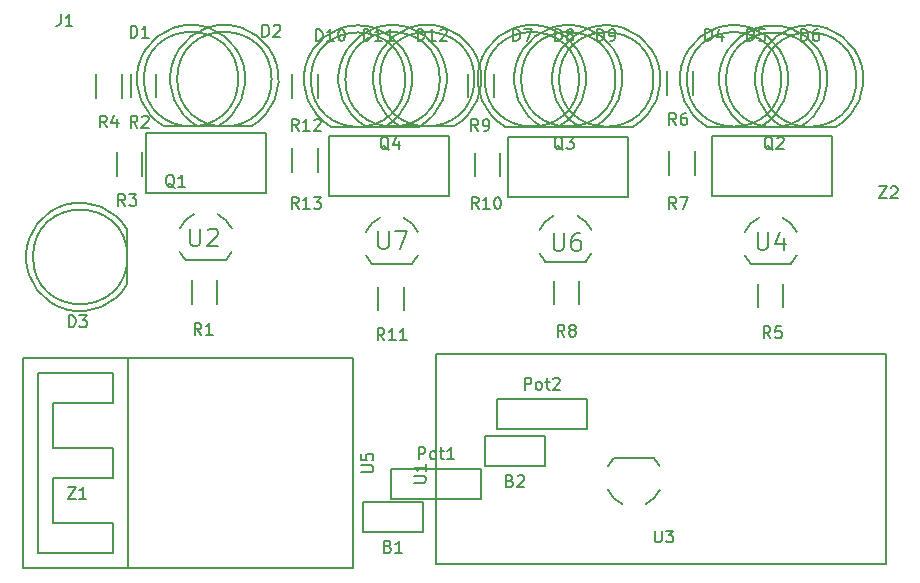
<source format=gbr>
G04 #@! TF.FileFunction,Legend,Top*
%FSLAX46Y46*%
G04 Gerber Fmt 4.6, Leading zero omitted, Abs format (unit mm)*
G04 Created by KiCad (PCBNEW 4.0.5+dfsg1-4) date Wed Oct 25 15:58:38 2017*
%MOMM*%
%LPD*%
G01*
G04 APERTURE LIST*
%ADD10C,0.100000*%
%ADD11C,0.150000*%
G04 APERTURE END LIST*
D10*
D11*
X46914560Y-33093160D02*
X51454560Y-33093160D01*
X53184560Y-29093160D02*
G75*
G03X53184560Y-29093160I-4000000J0D01*
G01*
X51465037Y-33087196D02*
G75*
G03X46914560Y-33093160I-2280477J3994036D01*
G01*
X63723520Y-64922400D02*
X68803520Y-64922400D01*
X68803520Y-64922400D02*
X68803520Y-67462400D01*
X68803520Y-67462400D02*
X63723520Y-67462400D01*
X63723520Y-67462400D02*
X63723520Y-64922400D01*
X74071480Y-59344560D02*
X79151480Y-59344560D01*
X79151480Y-59344560D02*
X79151480Y-61884560D01*
X79151480Y-61884560D02*
X74071480Y-61884560D01*
X74071480Y-61884560D02*
X74071480Y-59344560D01*
X49733960Y-33093160D02*
X54273960Y-33093160D01*
X56003960Y-29093160D02*
G75*
G03X56003960Y-29093160I-4000000J0D01*
G01*
X54284437Y-33087196D02*
G75*
G03X49733960Y-33093160I-2280477J3994036D01*
G01*
X43801800Y-46415200D02*
X43801800Y-41875200D01*
X43801800Y-44145200D02*
G75*
G03X43801800Y-44145200I-4000000J0D01*
G01*
X43795836Y-41864723D02*
G75*
G03X43801800Y-46415200I-3994036J-2280477D01*
G01*
X92888560Y-33108400D02*
X97428560Y-33108400D01*
X99158560Y-29108400D02*
G75*
G03X99158560Y-29108400I-4000000J0D01*
G01*
X97439037Y-33102436D02*
G75*
G03X92888560Y-33108400I-2280477J3994036D01*
G01*
X96200720Y-33149040D02*
X100740720Y-33149040D01*
X102470720Y-29149040D02*
G75*
G03X102470720Y-29149040I-4000000J0D01*
G01*
X100751197Y-33143076D02*
G75*
G03X96200720Y-33149040I-2280477J3994036D01*
G01*
X99248720Y-33128720D02*
X103788720Y-33128720D01*
X105518720Y-29128720D02*
G75*
G03X105518720Y-29128720I-4000000J0D01*
G01*
X103799197Y-33122756D02*
G75*
G03X99248720Y-33128720I-2280477J3994036D01*
G01*
X75774040Y-33103320D02*
X80314040Y-33103320D01*
X82044040Y-29103320D02*
G75*
G03X82044040Y-29103320I-4000000J0D01*
G01*
X80324517Y-33097356D02*
G75*
G03X75774040Y-33103320I-2280477J3994036D01*
G01*
X78852520Y-33103320D02*
X83392520Y-33103320D01*
X85122520Y-29103320D02*
G75*
G03X85122520Y-29103320I-4000000J0D01*
G01*
X83402997Y-33097356D02*
G75*
G03X78852520Y-33103320I-2280477J3994036D01*
G01*
X82068160Y-33118560D02*
X86608160Y-33118560D01*
X88338160Y-29118560D02*
G75*
G03X88338160Y-29118560I-4000000J0D01*
G01*
X86618637Y-33112596D02*
G75*
G03X82068160Y-33118560I-2280477J3994036D01*
G01*
X61052200Y-33133800D02*
X65592200Y-33133800D01*
X67322200Y-29133800D02*
G75*
G03X67322200Y-29133800I-4000000J0D01*
G01*
X65602677Y-33127836D02*
G75*
G03X61052200Y-33133800I-2280477J3994036D01*
G01*
X66904360Y-33088080D02*
X71444360Y-33088080D01*
X73174360Y-29088080D02*
G75*
G03X73174360Y-29088080I-4000000J0D01*
G01*
X71454837Y-33082116D02*
G75*
G03X66904360Y-33088080I-2280477J3994036D01*
G01*
X63978280Y-33103320D02*
X68518280Y-33103320D01*
X70248280Y-29103320D02*
G75*
G03X70248280Y-29103320I-4000000J0D01*
G01*
X68528757Y-33097356D02*
G75*
G03X63978280Y-33103320I-2280477J3994036D01*
G01*
X73746360Y-64627760D02*
X73746360Y-62087760D01*
X73746360Y-62087760D02*
X66126360Y-62087760D01*
X66126360Y-62087760D02*
X66126360Y-64627760D01*
X66126360Y-64627760D02*
X73746360Y-64627760D01*
X82712560Y-58745120D02*
X82712560Y-56205120D01*
X82712560Y-56205120D02*
X75092560Y-56205120D01*
X75092560Y-56205120D02*
X75092560Y-58745120D01*
X75092560Y-58745120D02*
X82712560Y-58745120D01*
X49424080Y-40532960D02*
G75*
G03X48224080Y-41732960I1000000J-2200000D01*
G01*
X51424079Y-40532960D02*
G75*
G02X52624080Y-41732960I-999999J-2200000D01*
G01*
X48236385Y-43729950D02*
G75*
G03X48724080Y-44432960I2187695J996990D01*
G01*
X52611775Y-43729950D02*
G75*
G02X52124080Y-44432960I-2187695J996990D01*
G01*
X48724080Y-44432960D02*
X52124080Y-44432960D01*
X97262440Y-40827600D02*
G75*
G03X96062440Y-42027600I1000000J-2200000D01*
G01*
X99262439Y-40827600D02*
G75*
G02X100462440Y-42027600I-999999J-2200000D01*
G01*
X96074745Y-44024590D02*
G75*
G03X96562440Y-44727600I2187695J996990D01*
G01*
X100450135Y-44024590D02*
G75*
G02X99962440Y-44727600I-2187695J996990D01*
G01*
X96562440Y-44727600D02*
X99962440Y-44727600D01*
X79883760Y-40659960D02*
G75*
G03X78683760Y-41859960I1000000J-2200000D01*
G01*
X81883759Y-40659960D02*
G75*
G02X83083760Y-41859960I-999999J-2200000D01*
G01*
X78696065Y-43856950D02*
G75*
G03X79183760Y-44559960I2187695J996990D01*
G01*
X83071455Y-43856950D02*
G75*
G02X82583760Y-44559960I-2187695J996990D01*
G01*
X79183760Y-44559960D02*
X82583760Y-44559960D01*
X65187320Y-40827600D02*
G75*
G03X63987320Y-42027600I1000000J-2200000D01*
G01*
X67187319Y-40827600D02*
G75*
G02X68387320Y-42027600I-999999J-2200000D01*
G01*
X63999625Y-44024590D02*
G75*
G03X64487320Y-44727600I2187695J996990D01*
G01*
X68375015Y-44024590D02*
G75*
G02X67887320Y-44727600I-2187695J996990D01*
G01*
X64487320Y-44727600D02*
X67887320Y-44727600D01*
X49257640Y-48132240D02*
X49257640Y-46132240D01*
X51407640Y-46132240D02*
X51407640Y-48132240D01*
X44076040Y-30626560D02*
X44076040Y-28626560D01*
X46226040Y-28626560D02*
X46226040Y-30626560D01*
X42912720Y-37266120D02*
X42912720Y-35266120D01*
X45062720Y-35266120D02*
X45062720Y-37266120D01*
X41149960Y-30667200D02*
X41149960Y-28667200D01*
X43299960Y-28667200D02*
X43299960Y-30667200D01*
X97192520Y-48416720D02*
X97192520Y-46416720D01*
X99342520Y-46416720D02*
X99342520Y-48416720D01*
X89511560Y-30413200D02*
X89511560Y-28413200D01*
X91661560Y-28413200D02*
X91661560Y-30413200D01*
X89674120Y-37210240D02*
X89674120Y-35210240D01*
X91824120Y-35210240D02*
X91824120Y-37210240D01*
X79895120Y-48162720D02*
X79895120Y-46162720D01*
X82045120Y-46162720D02*
X82045120Y-48162720D01*
X72656120Y-30641800D02*
X72656120Y-28641800D01*
X74806120Y-28641800D02*
X74806120Y-30641800D01*
X73189520Y-37322000D02*
X73189520Y-35322000D01*
X75339520Y-35322000D02*
X75339520Y-37322000D01*
X65031040Y-48665640D02*
X65031040Y-46665640D01*
X67181040Y-46665640D02*
X67181040Y-48665640D01*
X57741240Y-30662120D02*
X57741240Y-28662120D01*
X59891240Y-28662120D02*
X59891240Y-30662120D01*
X57751400Y-36925760D02*
X57751400Y-34925760D01*
X59901400Y-34925760D02*
X59901400Y-36925760D01*
X107990640Y-52339240D02*
X107990640Y-70119240D01*
X107990640Y-70119240D02*
X69890640Y-70119240D01*
X69890640Y-70119240D02*
X69890640Y-52339240D01*
X106720640Y-52339240D02*
X69890640Y-52339240D01*
X106720640Y-52339240D02*
X107990640Y-52339240D01*
X55509160Y-38750240D02*
X55509160Y-33670240D01*
X55509160Y-33670240D02*
X45349160Y-33670240D01*
X45349160Y-33670240D02*
X45349160Y-38750240D01*
X45349160Y-38750240D02*
X47889160Y-38750240D01*
X47889160Y-38750240D02*
X55509160Y-38750240D01*
X87674960Y-65065000D02*
G75*
G03X88874960Y-63865000I-1000000J2200000D01*
G01*
X85674961Y-65065000D02*
G75*
G02X84474960Y-63865000I999999J2200000D01*
G01*
X88862655Y-61868010D02*
G75*
G03X88374960Y-61165000I-2187695J-996990D01*
G01*
X84487265Y-61868010D02*
G75*
G02X84974960Y-61165000I2187695J-996990D01*
G01*
X88374960Y-61165000D02*
X84974960Y-61165000D01*
X103454200Y-38973760D02*
X103454200Y-33893760D01*
X103454200Y-33893760D02*
X93294200Y-33893760D01*
X93294200Y-33893760D02*
X93294200Y-38973760D01*
X93294200Y-38973760D02*
X95834200Y-38973760D01*
X95834200Y-38973760D02*
X103454200Y-38973760D01*
X42560240Y-69230240D02*
X36210240Y-69230240D01*
X36210240Y-69230240D02*
X36210240Y-53990240D01*
X36210240Y-53990240D02*
X42560240Y-53990240D01*
X42560240Y-53990240D02*
X42560240Y-56530240D01*
X42560240Y-56530240D02*
X37480240Y-56530240D01*
X37480240Y-56530240D02*
X37480240Y-60340240D01*
X37480240Y-60340240D02*
X42560240Y-60340240D01*
X42560240Y-60340240D02*
X42560240Y-62880240D01*
X42560240Y-62880240D02*
X37480240Y-62880240D01*
X37480240Y-62880240D02*
X37480240Y-66690240D01*
X37480240Y-66690240D02*
X42560240Y-66690240D01*
X42560240Y-66690240D02*
X42560240Y-69230240D01*
X43830240Y-70500240D02*
X43830240Y-52720240D01*
X34940240Y-70500240D02*
X34940240Y-52720240D01*
X62880240Y-70500240D02*
X62880240Y-52720240D01*
X47640240Y-70500240D02*
X34940240Y-70500240D01*
X34940240Y-52720240D02*
X47640240Y-52720240D01*
X47640240Y-52720240D02*
X62880240Y-52720240D01*
X62880240Y-70500240D02*
X47640240Y-70500240D01*
X86187280Y-39029640D02*
X86187280Y-33949640D01*
X86187280Y-33949640D02*
X76027280Y-33949640D01*
X76027280Y-33949640D02*
X76027280Y-39029640D01*
X76027280Y-39029640D02*
X78567280Y-39029640D01*
X78567280Y-39029640D02*
X86187280Y-39029640D01*
X71043800Y-38973760D02*
X71043800Y-33893760D01*
X71043800Y-33893760D02*
X60883800Y-33893760D01*
X60883800Y-33893760D02*
X60883800Y-38973760D01*
X60883800Y-38973760D02*
X63423800Y-38973760D01*
X63423800Y-38973760D02*
X71043800Y-38973760D01*
X44077665Y-25572981D02*
X44077665Y-24572981D01*
X44315760Y-24572981D01*
X44458618Y-24620600D01*
X44553856Y-24715838D01*
X44601475Y-24811076D01*
X44649094Y-25001552D01*
X44649094Y-25144410D01*
X44601475Y-25334886D01*
X44553856Y-25430124D01*
X44458618Y-25525362D01*
X44315760Y-25572981D01*
X44077665Y-25572981D01*
X45601475Y-25572981D02*
X45030046Y-25572981D01*
X45315760Y-25572981D02*
X45315760Y-24572981D01*
X45220522Y-24715838D01*
X45125284Y-24811076D01*
X45030046Y-24858695D01*
X65858759Y-68660971D02*
X66001616Y-68708590D01*
X66049235Y-68756210D01*
X66096854Y-68851448D01*
X66096854Y-68994305D01*
X66049235Y-69089543D01*
X66001616Y-69137162D01*
X65906378Y-69184781D01*
X65525425Y-69184781D01*
X65525425Y-68184781D01*
X65858759Y-68184781D01*
X65953997Y-68232400D01*
X66001616Y-68280019D01*
X66049235Y-68375257D01*
X66049235Y-68470495D01*
X66001616Y-68565733D01*
X65953997Y-68613352D01*
X65858759Y-68660971D01*
X65525425Y-68660971D01*
X67049235Y-69184781D02*
X66477806Y-69184781D01*
X66763520Y-69184781D02*
X66763520Y-68184781D01*
X66668282Y-68327638D01*
X66573044Y-68422876D01*
X66477806Y-68470495D01*
X76206719Y-63083131D02*
X76349576Y-63130750D01*
X76397195Y-63178370D01*
X76444814Y-63273608D01*
X76444814Y-63416465D01*
X76397195Y-63511703D01*
X76349576Y-63559322D01*
X76254338Y-63606941D01*
X75873385Y-63606941D01*
X75873385Y-62606941D01*
X76206719Y-62606941D01*
X76301957Y-62654560D01*
X76349576Y-62702179D01*
X76397195Y-62797417D01*
X76397195Y-62892655D01*
X76349576Y-62987893D01*
X76301957Y-63035512D01*
X76206719Y-63083131D01*
X75873385Y-63083131D01*
X76825766Y-62702179D02*
X76873385Y-62654560D01*
X76968623Y-62606941D01*
X77206719Y-62606941D01*
X77301957Y-62654560D01*
X77349576Y-62702179D01*
X77397195Y-62797417D01*
X77397195Y-62892655D01*
X77349576Y-63035512D01*
X76778147Y-63606941D01*
X77397195Y-63606941D01*
X55228265Y-25486621D02*
X55228265Y-24486621D01*
X55466360Y-24486621D01*
X55609218Y-24534240D01*
X55704456Y-24629478D01*
X55752075Y-24724716D01*
X55799694Y-24915192D01*
X55799694Y-25058050D01*
X55752075Y-25248526D01*
X55704456Y-25343764D01*
X55609218Y-25439002D01*
X55466360Y-25486621D01*
X55228265Y-25486621D01*
X56180646Y-24581859D02*
X56228265Y-24534240D01*
X56323503Y-24486621D01*
X56561599Y-24486621D01*
X56656837Y-24534240D01*
X56704456Y-24581859D01*
X56752075Y-24677097D01*
X56752075Y-24772335D01*
X56704456Y-24915192D01*
X56133027Y-25486621D01*
X56752075Y-25486621D01*
X38833705Y-50097581D02*
X38833705Y-49097581D01*
X39071800Y-49097581D01*
X39214658Y-49145200D01*
X39309896Y-49240438D01*
X39357515Y-49335676D01*
X39405134Y-49526152D01*
X39405134Y-49669010D01*
X39357515Y-49859486D01*
X39309896Y-49954724D01*
X39214658Y-50049962D01*
X39071800Y-50097581D01*
X38833705Y-50097581D01*
X39738467Y-49097581D02*
X40357515Y-49097581D01*
X40024181Y-49478533D01*
X40167039Y-49478533D01*
X40262277Y-49526152D01*
X40309896Y-49573771D01*
X40357515Y-49669010D01*
X40357515Y-49907105D01*
X40309896Y-50002343D01*
X40262277Y-50049962D01*
X40167039Y-50097581D01*
X39881324Y-50097581D01*
X39786086Y-50049962D01*
X39738467Y-50002343D01*
X92733905Y-25852381D02*
X92733905Y-24852381D01*
X92972000Y-24852381D01*
X93114858Y-24900000D01*
X93210096Y-24995238D01*
X93257715Y-25090476D01*
X93305334Y-25280952D01*
X93305334Y-25423810D01*
X93257715Y-25614286D01*
X93210096Y-25709524D01*
X93114858Y-25804762D01*
X92972000Y-25852381D01*
X92733905Y-25852381D01*
X94162477Y-25185714D02*
X94162477Y-25852381D01*
X93924381Y-24804762D02*
X93686286Y-25519048D01*
X94305334Y-25519048D01*
X96289905Y-25852381D02*
X96289905Y-24852381D01*
X96528000Y-24852381D01*
X96670858Y-24900000D01*
X96766096Y-24995238D01*
X96813715Y-25090476D01*
X96861334Y-25280952D01*
X96861334Y-25423810D01*
X96813715Y-25614286D01*
X96766096Y-25709524D01*
X96670858Y-25804762D01*
X96528000Y-25852381D01*
X96289905Y-25852381D01*
X97766096Y-24852381D02*
X97289905Y-24852381D01*
X97242286Y-25328571D01*
X97289905Y-25280952D01*
X97385143Y-25233333D01*
X97623239Y-25233333D01*
X97718477Y-25280952D01*
X97766096Y-25328571D01*
X97813715Y-25423810D01*
X97813715Y-25661905D01*
X97766096Y-25757143D01*
X97718477Y-25804762D01*
X97623239Y-25852381D01*
X97385143Y-25852381D01*
X97289905Y-25804762D01*
X97242286Y-25757143D01*
X100861905Y-25852381D02*
X100861905Y-24852381D01*
X101100000Y-24852381D01*
X101242858Y-24900000D01*
X101338096Y-24995238D01*
X101385715Y-25090476D01*
X101433334Y-25280952D01*
X101433334Y-25423810D01*
X101385715Y-25614286D01*
X101338096Y-25709524D01*
X101242858Y-25804762D01*
X101100000Y-25852381D01*
X100861905Y-25852381D01*
X102290477Y-24852381D02*
X102100000Y-24852381D01*
X102004762Y-24900000D01*
X101957143Y-24947619D01*
X101861905Y-25090476D01*
X101814286Y-25280952D01*
X101814286Y-25661905D01*
X101861905Y-25757143D01*
X101909524Y-25804762D01*
X102004762Y-25852381D01*
X102195239Y-25852381D01*
X102290477Y-25804762D01*
X102338096Y-25757143D01*
X102385715Y-25661905D01*
X102385715Y-25423810D01*
X102338096Y-25328571D01*
X102290477Y-25280952D01*
X102195239Y-25233333D01*
X102004762Y-25233333D01*
X101909524Y-25280952D01*
X101861905Y-25328571D01*
X101814286Y-25423810D01*
X76477905Y-25852381D02*
X76477905Y-24852381D01*
X76716000Y-24852381D01*
X76858858Y-24900000D01*
X76954096Y-24995238D01*
X77001715Y-25090476D01*
X77049334Y-25280952D01*
X77049334Y-25423810D01*
X77001715Y-25614286D01*
X76954096Y-25709524D01*
X76858858Y-25804762D01*
X76716000Y-25852381D01*
X76477905Y-25852381D01*
X77382667Y-24852381D02*
X78049334Y-24852381D01*
X77620762Y-25852381D01*
X80033905Y-25852381D02*
X80033905Y-24852381D01*
X80272000Y-24852381D01*
X80414858Y-24900000D01*
X80510096Y-24995238D01*
X80557715Y-25090476D01*
X80605334Y-25280952D01*
X80605334Y-25423810D01*
X80557715Y-25614286D01*
X80510096Y-25709524D01*
X80414858Y-25804762D01*
X80272000Y-25852381D01*
X80033905Y-25852381D01*
X81176762Y-25280952D02*
X81081524Y-25233333D01*
X81033905Y-25185714D01*
X80986286Y-25090476D01*
X80986286Y-25042857D01*
X81033905Y-24947619D01*
X81081524Y-24900000D01*
X81176762Y-24852381D01*
X81367239Y-24852381D01*
X81462477Y-24900000D01*
X81510096Y-24947619D01*
X81557715Y-25042857D01*
X81557715Y-25090476D01*
X81510096Y-25185714D01*
X81462477Y-25233333D01*
X81367239Y-25280952D01*
X81176762Y-25280952D01*
X81081524Y-25328571D01*
X81033905Y-25376190D01*
X80986286Y-25471429D01*
X80986286Y-25661905D01*
X81033905Y-25757143D01*
X81081524Y-25804762D01*
X81176762Y-25852381D01*
X81367239Y-25852381D01*
X81462477Y-25804762D01*
X81510096Y-25757143D01*
X81557715Y-25661905D01*
X81557715Y-25471429D01*
X81510096Y-25376190D01*
X81462477Y-25328571D01*
X81367239Y-25280952D01*
X83589905Y-25852381D02*
X83589905Y-24852381D01*
X83828000Y-24852381D01*
X83970858Y-24900000D01*
X84066096Y-24995238D01*
X84113715Y-25090476D01*
X84161334Y-25280952D01*
X84161334Y-25423810D01*
X84113715Y-25614286D01*
X84066096Y-25709524D01*
X83970858Y-25804762D01*
X83828000Y-25852381D01*
X83589905Y-25852381D01*
X84637524Y-25852381D02*
X84828000Y-25852381D01*
X84923239Y-25804762D01*
X84970858Y-25757143D01*
X85066096Y-25614286D01*
X85113715Y-25423810D01*
X85113715Y-25042857D01*
X85066096Y-24947619D01*
X85018477Y-24900000D01*
X84923239Y-24852381D01*
X84732762Y-24852381D01*
X84637524Y-24900000D01*
X84589905Y-24947619D01*
X84542286Y-25042857D01*
X84542286Y-25280952D01*
X84589905Y-25376190D01*
X84637524Y-25423810D01*
X84732762Y-25471429D01*
X84923239Y-25471429D01*
X85018477Y-25423810D01*
X85066096Y-25376190D01*
X85113715Y-25280952D01*
X59745714Y-25852381D02*
X59745714Y-24852381D01*
X59983809Y-24852381D01*
X60126667Y-24900000D01*
X60221905Y-24995238D01*
X60269524Y-25090476D01*
X60317143Y-25280952D01*
X60317143Y-25423810D01*
X60269524Y-25614286D01*
X60221905Y-25709524D01*
X60126667Y-25804762D01*
X59983809Y-25852381D01*
X59745714Y-25852381D01*
X61269524Y-25852381D02*
X60698095Y-25852381D01*
X60983809Y-25852381D02*
X60983809Y-24852381D01*
X60888571Y-24995238D01*
X60793333Y-25090476D01*
X60698095Y-25138095D01*
X61888571Y-24852381D02*
X61983810Y-24852381D01*
X62079048Y-24900000D01*
X62126667Y-24947619D01*
X62174286Y-25042857D01*
X62221905Y-25233333D01*
X62221905Y-25471429D01*
X62174286Y-25661905D01*
X62126667Y-25757143D01*
X62079048Y-25804762D01*
X61983810Y-25852381D01*
X61888571Y-25852381D01*
X61793333Y-25804762D01*
X61745714Y-25757143D01*
X61698095Y-25661905D01*
X61650476Y-25471429D01*
X61650476Y-25233333D01*
X61698095Y-25042857D01*
X61745714Y-24947619D01*
X61793333Y-24900000D01*
X61888571Y-24852381D01*
X63809714Y-25852381D02*
X63809714Y-24852381D01*
X64047809Y-24852381D01*
X64190667Y-24900000D01*
X64285905Y-24995238D01*
X64333524Y-25090476D01*
X64381143Y-25280952D01*
X64381143Y-25423810D01*
X64333524Y-25614286D01*
X64285905Y-25709524D01*
X64190667Y-25804762D01*
X64047809Y-25852381D01*
X63809714Y-25852381D01*
X65333524Y-25852381D02*
X64762095Y-25852381D01*
X65047809Y-25852381D02*
X65047809Y-24852381D01*
X64952571Y-24995238D01*
X64857333Y-25090476D01*
X64762095Y-25138095D01*
X66285905Y-25852381D02*
X65714476Y-25852381D01*
X66000190Y-25852381D02*
X66000190Y-24852381D01*
X65904952Y-24995238D01*
X65809714Y-25090476D01*
X65714476Y-25138095D01*
X68381714Y-25852381D02*
X68381714Y-24852381D01*
X68619809Y-24852381D01*
X68762667Y-24900000D01*
X68857905Y-24995238D01*
X68905524Y-25090476D01*
X68953143Y-25280952D01*
X68953143Y-25423810D01*
X68905524Y-25614286D01*
X68857905Y-25709524D01*
X68762667Y-25804762D01*
X68619809Y-25852381D01*
X68381714Y-25852381D01*
X69905524Y-25852381D02*
X69334095Y-25852381D01*
X69619809Y-25852381D02*
X69619809Y-24852381D01*
X69524571Y-24995238D01*
X69429333Y-25090476D01*
X69334095Y-25138095D01*
X70286476Y-24947619D02*
X70334095Y-24900000D01*
X70429333Y-24852381D01*
X70667429Y-24852381D01*
X70762667Y-24900000D01*
X70810286Y-24947619D01*
X70857905Y-25042857D01*
X70857905Y-25138095D01*
X70810286Y-25280952D01*
X70238857Y-25852381D01*
X70857905Y-25852381D01*
X68460169Y-61270141D02*
X68460169Y-60270141D01*
X68841122Y-60270141D01*
X68936360Y-60317760D01*
X68983979Y-60365379D01*
X69031598Y-60460617D01*
X69031598Y-60603474D01*
X68983979Y-60698712D01*
X68936360Y-60746331D01*
X68841122Y-60793950D01*
X68460169Y-60793950D01*
X69603026Y-61270141D02*
X69507788Y-61222522D01*
X69460169Y-61174903D01*
X69412550Y-61079665D01*
X69412550Y-60793950D01*
X69460169Y-60698712D01*
X69507788Y-60651093D01*
X69603026Y-60603474D01*
X69745884Y-60603474D01*
X69841122Y-60651093D01*
X69888741Y-60698712D01*
X69936360Y-60793950D01*
X69936360Y-61079665D01*
X69888741Y-61174903D01*
X69841122Y-61222522D01*
X69745884Y-61270141D01*
X69603026Y-61270141D01*
X70222074Y-60603474D02*
X70603026Y-60603474D01*
X70364931Y-60270141D02*
X70364931Y-61127284D01*
X70412550Y-61222522D01*
X70507788Y-61270141D01*
X70603026Y-61270141D01*
X71460170Y-61270141D02*
X70888741Y-61270141D01*
X71174455Y-61270141D02*
X71174455Y-60270141D01*
X71079217Y-60412998D01*
X70983979Y-60508236D01*
X70888741Y-60555855D01*
X77426369Y-55387501D02*
X77426369Y-54387501D01*
X77807322Y-54387501D01*
X77902560Y-54435120D01*
X77950179Y-54482739D01*
X77997798Y-54577977D01*
X77997798Y-54720834D01*
X77950179Y-54816072D01*
X77902560Y-54863691D01*
X77807322Y-54911310D01*
X77426369Y-54911310D01*
X78569226Y-55387501D02*
X78473988Y-55339882D01*
X78426369Y-55292263D01*
X78378750Y-55197025D01*
X78378750Y-54911310D01*
X78426369Y-54816072D01*
X78473988Y-54768453D01*
X78569226Y-54720834D01*
X78712084Y-54720834D01*
X78807322Y-54768453D01*
X78854941Y-54816072D01*
X78902560Y-54911310D01*
X78902560Y-55197025D01*
X78854941Y-55292263D01*
X78807322Y-55339882D01*
X78712084Y-55387501D01*
X78569226Y-55387501D01*
X79188274Y-54720834D02*
X79569226Y-54720834D01*
X79331131Y-54387501D02*
X79331131Y-55244644D01*
X79378750Y-55339882D01*
X79473988Y-55387501D01*
X79569226Y-55387501D01*
X79854941Y-54482739D02*
X79902560Y-54435120D01*
X79997798Y-54387501D01*
X80235894Y-54387501D01*
X80331132Y-54435120D01*
X80378751Y-54482739D01*
X80426370Y-54577977D01*
X80426370Y-54673215D01*
X80378751Y-54816072D01*
X79807322Y-55387501D01*
X80426370Y-55387501D01*
X47788842Y-38280579D02*
X47693604Y-38232960D01*
X47598366Y-38137722D01*
X47455509Y-37994865D01*
X47360270Y-37947246D01*
X47265032Y-37947246D01*
X47312651Y-38185341D02*
X47217413Y-38137722D01*
X47122175Y-38042484D01*
X47074556Y-37852008D01*
X47074556Y-37518674D01*
X47122175Y-37328198D01*
X47217413Y-37232960D01*
X47312651Y-37185341D01*
X47503128Y-37185341D01*
X47598366Y-37232960D01*
X47693604Y-37328198D01*
X47741223Y-37518674D01*
X47741223Y-37852008D01*
X47693604Y-38042484D01*
X47598366Y-38137722D01*
X47503128Y-38185341D01*
X47312651Y-38185341D01*
X48693604Y-38185341D02*
X48122175Y-38185341D01*
X48407889Y-38185341D02*
X48407889Y-37185341D01*
X48312651Y-37328198D01*
X48217413Y-37423436D01*
X48122175Y-37471055D01*
X98456762Y-35091619D02*
X98361524Y-35044000D01*
X98266286Y-34948762D01*
X98123429Y-34805905D01*
X98028190Y-34758286D01*
X97932952Y-34758286D01*
X97980571Y-34996381D02*
X97885333Y-34948762D01*
X97790095Y-34853524D01*
X97742476Y-34663048D01*
X97742476Y-34329714D01*
X97790095Y-34139238D01*
X97885333Y-34044000D01*
X97980571Y-33996381D01*
X98171048Y-33996381D01*
X98266286Y-34044000D01*
X98361524Y-34139238D01*
X98409143Y-34329714D01*
X98409143Y-34663048D01*
X98361524Y-34853524D01*
X98266286Y-34948762D01*
X98171048Y-34996381D01*
X97980571Y-34996381D01*
X98790095Y-34091619D02*
X98837714Y-34044000D01*
X98932952Y-33996381D01*
X99171048Y-33996381D01*
X99266286Y-34044000D01*
X99313905Y-34091619D01*
X99361524Y-34186857D01*
X99361524Y-34282095D01*
X99313905Y-34424952D01*
X98742476Y-34996381D01*
X99361524Y-34996381D01*
X80676762Y-35091619D02*
X80581524Y-35044000D01*
X80486286Y-34948762D01*
X80343429Y-34805905D01*
X80248190Y-34758286D01*
X80152952Y-34758286D01*
X80200571Y-34996381D02*
X80105333Y-34948762D01*
X80010095Y-34853524D01*
X79962476Y-34663048D01*
X79962476Y-34329714D01*
X80010095Y-34139238D01*
X80105333Y-34044000D01*
X80200571Y-33996381D01*
X80391048Y-33996381D01*
X80486286Y-34044000D01*
X80581524Y-34139238D01*
X80629143Y-34329714D01*
X80629143Y-34663048D01*
X80581524Y-34853524D01*
X80486286Y-34948762D01*
X80391048Y-34996381D01*
X80200571Y-34996381D01*
X80962476Y-33996381D02*
X81581524Y-33996381D01*
X81248190Y-34377333D01*
X81391048Y-34377333D01*
X81486286Y-34424952D01*
X81533905Y-34472571D01*
X81581524Y-34567810D01*
X81581524Y-34805905D01*
X81533905Y-34901143D01*
X81486286Y-34948762D01*
X81391048Y-34996381D01*
X81105333Y-34996381D01*
X81010095Y-34948762D01*
X80962476Y-34901143D01*
X65944762Y-35091619D02*
X65849524Y-35044000D01*
X65754286Y-34948762D01*
X65611429Y-34805905D01*
X65516190Y-34758286D01*
X65420952Y-34758286D01*
X65468571Y-34996381D02*
X65373333Y-34948762D01*
X65278095Y-34853524D01*
X65230476Y-34663048D01*
X65230476Y-34329714D01*
X65278095Y-34139238D01*
X65373333Y-34044000D01*
X65468571Y-33996381D01*
X65659048Y-33996381D01*
X65754286Y-34044000D01*
X65849524Y-34139238D01*
X65897143Y-34329714D01*
X65897143Y-34663048D01*
X65849524Y-34853524D01*
X65754286Y-34948762D01*
X65659048Y-34996381D01*
X65468571Y-34996381D01*
X66754286Y-34329714D02*
X66754286Y-34996381D01*
X66516190Y-33948762D02*
X66278095Y-34663048D01*
X66897143Y-34663048D01*
X50054214Y-50744381D02*
X49720880Y-50268190D01*
X49482785Y-50744381D02*
X49482785Y-49744381D01*
X49863738Y-49744381D01*
X49958976Y-49792000D01*
X50006595Y-49839619D01*
X50054214Y-49934857D01*
X50054214Y-50077714D01*
X50006595Y-50172952D01*
X49958976Y-50220571D01*
X49863738Y-50268190D01*
X49482785Y-50268190D01*
X51006595Y-50744381D02*
X50435166Y-50744381D01*
X50720880Y-50744381D02*
X50720880Y-49744381D01*
X50625642Y-49887238D01*
X50530404Y-49982476D01*
X50435166Y-50030095D01*
X44649094Y-33198061D02*
X44315760Y-32721870D01*
X44077665Y-33198061D02*
X44077665Y-32198061D01*
X44458618Y-32198061D01*
X44553856Y-32245680D01*
X44601475Y-32293299D01*
X44649094Y-32388537D01*
X44649094Y-32531394D01*
X44601475Y-32626632D01*
X44553856Y-32674251D01*
X44458618Y-32721870D01*
X44077665Y-32721870D01*
X45030046Y-32293299D02*
X45077665Y-32245680D01*
X45172903Y-32198061D01*
X45410999Y-32198061D01*
X45506237Y-32245680D01*
X45553856Y-32293299D01*
X45601475Y-32388537D01*
X45601475Y-32483775D01*
X45553856Y-32626632D01*
X44982427Y-33198061D01*
X45601475Y-33198061D01*
X43612774Y-39812221D02*
X43279440Y-39336030D01*
X43041345Y-39812221D02*
X43041345Y-38812221D01*
X43422298Y-38812221D01*
X43517536Y-38859840D01*
X43565155Y-38907459D01*
X43612774Y-39002697D01*
X43612774Y-39145554D01*
X43565155Y-39240792D01*
X43517536Y-39288411D01*
X43422298Y-39336030D01*
X43041345Y-39336030D01*
X43946107Y-38812221D02*
X44565155Y-38812221D01*
X44231821Y-39193173D01*
X44374679Y-39193173D01*
X44469917Y-39240792D01*
X44517536Y-39288411D01*
X44565155Y-39383650D01*
X44565155Y-39621745D01*
X44517536Y-39716983D01*
X44469917Y-39764602D01*
X44374679Y-39812221D01*
X44088964Y-39812221D01*
X43993726Y-39764602D01*
X43946107Y-39716983D01*
X42053214Y-33172661D02*
X41719880Y-32696470D01*
X41481785Y-33172661D02*
X41481785Y-32172661D01*
X41862738Y-32172661D01*
X41957976Y-32220280D01*
X42005595Y-32267899D01*
X42053214Y-32363137D01*
X42053214Y-32505994D01*
X42005595Y-32601232D01*
X41957976Y-32648851D01*
X41862738Y-32696470D01*
X41481785Y-32696470D01*
X42910357Y-32505994D02*
X42910357Y-33172661D01*
X42672261Y-32125042D02*
X42434166Y-32839328D01*
X43053214Y-32839328D01*
X98243094Y-51028861D02*
X97909760Y-50552670D01*
X97671665Y-51028861D02*
X97671665Y-50028861D01*
X98052618Y-50028861D01*
X98147856Y-50076480D01*
X98195475Y-50124099D01*
X98243094Y-50219337D01*
X98243094Y-50362194D01*
X98195475Y-50457432D01*
X98147856Y-50505051D01*
X98052618Y-50552670D01*
X97671665Y-50552670D01*
X99147856Y-50028861D02*
X98671665Y-50028861D01*
X98624046Y-50505051D01*
X98671665Y-50457432D01*
X98766903Y-50409813D01*
X99004999Y-50409813D01*
X99100237Y-50457432D01*
X99147856Y-50505051D01*
X99195475Y-50600290D01*
X99195475Y-50838385D01*
X99147856Y-50933623D01*
X99100237Y-50981242D01*
X99004999Y-51028861D01*
X98766903Y-51028861D01*
X98671665Y-50981242D01*
X98624046Y-50933623D01*
X90257334Y-32964381D02*
X89924000Y-32488190D01*
X89685905Y-32964381D02*
X89685905Y-31964381D01*
X90066858Y-31964381D01*
X90162096Y-32012000D01*
X90209715Y-32059619D01*
X90257334Y-32154857D01*
X90257334Y-32297714D01*
X90209715Y-32392952D01*
X90162096Y-32440571D01*
X90066858Y-32488190D01*
X89685905Y-32488190D01*
X91114477Y-31964381D02*
X90924000Y-31964381D01*
X90828762Y-32012000D01*
X90781143Y-32059619D01*
X90685905Y-32202476D01*
X90638286Y-32392952D01*
X90638286Y-32773905D01*
X90685905Y-32869143D01*
X90733524Y-32916762D01*
X90828762Y-32964381D01*
X91019239Y-32964381D01*
X91114477Y-32916762D01*
X91162096Y-32869143D01*
X91209715Y-32773905D01*
X91209715Y-32535810D01*
X91162096Y-32440571D01*
X91114477Y-32392952D01*
X91019239Y-32345333D01*
X90828762Y-32345333D01*
X90733524Y-32392952D01*
X90685905Y-32440571D01*
X90638286Y-32535810D01*
X90257334Y-40076381D02*
X89924000Y-39600190D01*
X89685905Y-40076381D02*
X89685905Y-39076381D01*
X90066858Y-39076381D01*
X90162096Y-39124000D01*
X90209715Y-39171619D01*
X90257334Y-39266857D01*
X90257334Y-39409714D01*
X90209715Y-39504952D01*
X90162096Y-39552571D01*
X90066858Y-39600190D01*
X89685905Y-39600190D01*
X90590667Y-39076381D02*
X91257334Y-39076381D01*
X90828762Y-40076381D01*
X80803454Y-50886621D02*
X80470120Y-50410430D01*
X80232025Y-50886621D02*
X80232025Y-49886621D01*
X80612978Y-49886621D01*
X80708216Y-49934240D01*
X80755835Y-49981859D01*
X80803454Y-50077097D01*
X80803454Y-50219954D01*
X80755835Y-50315192D01*
X80708216Y-50362811D01*
X80612978Y-50410430D01*
X80232025Y-50410430D01*
X81374882Y-50315192D02*
X81279644Y-50267573D01*
X81232025Y-50219954D01*
X81184406Y-50124716D01*
X81184406Y-50077097D01*
X81232025Y-49981859D01*
X81279644Y-49934240D01*
X81374882Y-49886621D01*
X81565359Y-49886621D01*
X81660597Y-49934240D01*
X81708216Y-49981859D01*
X81755835Y-50077097D01*
X81755835Y-50124716D01*
X81708216Y-50219954D01*
X81660597Y-50267573D01*
X81565359Y-50315192D01*
X81374882Y-50315192D01*
X81279644Y-50362811D01*
X81232025Y-50410430D01*
X81184406Y-50505669D01*
X81184406Y-50696145D01*
X81232025Y-50791383D01*
X81279644Y-50839002D01*
X81374882Y-50886621D01*
X81565359Y-50886621D01*
X81660597Y-50839002D01*
X81708216Y-50791383D01*
X81755835Y-50696145D01*
X81755835Y-50505669D01*
X81708216Y-50410430D01*
X81660597Y-50362811D01*
X81565359Y-50315192D01*
X73493334Y-33472381D02*
X73160000Y-32996190D01*
X72921905Y-33472381D02*
X72921905Y-32472381D01*
X73302858Y-32472381D01*
X73398096Y-32520000D01*
X73445715Y-32567619D01*
X73493334Y-32662857D01*
X73493334Y-32805714D01*
X73445715Y-32900952D01*
X73398096Y-32948571D01*
X73302858Y-32996190D01*
X72921905Y-32996190D01*
X73969524Y-33472381D02*
X74160000Y-33472381D01*
X74255239Y-33424762D01*
X74302858Y-33377143D01*
X74398096Y-33234286D01*
X74445715Y-33043810D01*
X74445715Y-32662857D01*
X74398096Y-32567619D01*
X74350477Y-32520000D01*
X74255239Y-32472381D01*
X74064762Y-32472381D01*
X73969524Y-32520000D01*
X73921905Y-32567619D01*
X73874286Y-32662857D01*
X73874286Y-32900952D01*
X73921905Y-32996190D01*
X73969524Y-33043810D01*
X74064762Y-33091429D01*
X74255239Y-33091429D01*
X74350477Y-33043810D01*
X74398096Y-32996190D01*
X74445715Y-32900952D01*
X73525143Y-40076381D02*
X73191809Y-39600190D01*
X72953714Y-40076381D02*
X72953714Y-39076381D01*
X73334667Y-39076381D01*
X73429905Y-39124000D01*
X73477524Y-39171619D01*
X73525143Y-39266857D01*
X73525143Y-39409714D01*
X73477524Y-39504952D01*
X73429905Y-39552571D01*
X73334667Y-39600190D01*
X72953714Y-39600190D01*
X74477524Y-40076381D02*
X73906095Y-40076381D01*
X74191809Y-40076381D02*
X74191809Y-39076381D01*
X74096571Y-39219238D01*
X74001333Y-39314476D01*
X73906095Y-39362095D01*
X75096571Y-39076381D02*
X75191810Y-39076381D01*
X75287048Y-39124000D01*
X75334667Y-39171619D01*
X75382286Y-39266857D01*
X75429905Y-39457333D01*
X75429905Y-39695429D01*
X75382286Y-39885905D01*
X75334667Y-39981143D01*
X75287048Y-40028762D01*
X75191810Y-40076381D01*
X75096571Y-40076381D01*
X75001333Y-40028762D01*
X74953714Y-39981143D01*
X74906095Y-39885905D01*
X74858476Y-39695429D01*
X74858476Y-39457333D01*
X74906095Y-39266857D01*
X74953714Y-39171619D01*
X75001333Y-39124000D01*
X75096571Y-39076381D01*
X65549543Y-51191421D02*
X65216209Y-50715230D01*
X64978114Y-51191421D02*
X64978114Y-50191421D01*
X65359067Y-50191421D01*
X65454305Y-50239040D01*
X65501924Y-50286659D01*
X65549543Y-50381897D01*
X65549543Y-50524754D01*
X65501924Y-50619992D01*
X65454305Y-50667611D01*
X65359067Y-50715230D01*
X64978114Y-50715230D01*
X66501924Y-51191421D02*
X65930495Y-51191421D01*
X66216209Y-51191421D02*
X66216209Y-50191421D01*
X66120971Y-50334278D01*
X66025733Y-50429516D01*
X65930495Y-50477135D01*
X67454305Y-51191421D02*
X66882876Y-51191421D01*
X67168590Y-51191421D02*
X67168590Y-50191421D01*
X67073352Y-50334278D01*
X66978114Y-50429516D01*
X66882876Y-50477135D01*
X58285143Y-33472381D02*
X57951809Y-32996190D01*
X57713714Y-33472381D02*
X57713714Y-32472381D01*
X58094667Y-32472381D01*
X58189905Y-32520000D01*
X58237524Y-32567619D01*
X58285143Y-32662857D01*
X58285143Y-32805714D01*
X58237524Y-32900952D01*
X58189905Y-32948571D01*
X58094667Y-32996190D01*
X57713714Y-32996190D01*
X59237524Y-33472381D02*
X58666095Y-33472381D01*
X58951809Y-33472381D02*
X58951809Y-32472381D01*
X58856571Y-32615238D01*
X58761333Y-32710476D01*
X58666095Y-32758095D01*
X59618476Y-32567619D02*
X59666095Y-32520000D01*
X59761333Y-32472381D01*
X59999429Y-32472381D01*
X60094667Y-32520000D01*
X60142286Y-32567619D01*
X60189905Y-32662857D01*
X60189905Y-32758095D01*
X60142286Y-32900952D01*
X59570857Y-33472381D01*
X60189905Y-33472381D01*
X58285143Y-40076381D02*
X57951809Y-39600190D01*
X57713714Y-40076381D02*
X57713714Y-39076381D01*
X58094667Y-39076381D01*
X58189905Y-39124000D01*
X58237524Y-39171619D01*
X58285143Y-39266857D01*
X58285143Y-39409714D01*
X58237524Y-39504952D01*
X58189905Y-39552571D01*
X58094667Y-39600190D01*
X57713714Y-39600190D01*
X59237524Y-40076381D02*
X58666095Y-40076381D01*
X58951809Y-40076381D02*
X58951809Y-39076381D01*
X58856571Y-39219238D01*
X58761333Y-39314476D01*
X58666095Y-39362095D01*
X59570857Y-39076381D02*
X60189905Y-39076381D01*
X59856571Y-39457333D01*
X59999429Y-39457333D01*
X60094667Y-39504952D01*
X60142286Y-39552571D01*
X60189905Y-39647810D01*
X60189905Y-39885905D01*
X60142286Y-39981143D01*
X60094667Y-40028762D01*
X59999429Y-40076381D01*
X59713714Y-40076381D01*
X59618476Y-40028762D01*
X59570857Y-39981143D01*
X68073021Y-63261145D02*
X68882545Y-63261145D01*
X68977783Y-63213526D01*
X69025402Y-63165907D01*
X69073021Y-63070669D01*
X69073021Y-62880192D01*
X69025402Y-62784954D01*
X68977783Y-62737335D01*
X68882545Y-62689716D01*
X68073021Y-62689716D01*
X69073021Y-61689716D02*
X69073021Y-62261145D01*
X69073021Y-61975431D02*
X68073021Y-61975431D01*
X68215878Y-62070669D01*
X68311116Y-62165907D01*
X68358735Y-62261145D01*
X49093263Y-41743891D02*
X49093263Y-42958177D01*
X49164691Y-43101034D01*
X49236120Y-43172463D01*
X49378977Y-43243891D01*
X49664691Y-43243891D01*
X49807549Y-43172463D01*
X49878977Y-43101034D01*
X49950406Y-42958177D01*
X49950406Y-41743891D01*
X50593263Y-41886749D02*
X50664692Y-41815320D01*
X50807549Y-41743891D01*
X51164692Y-41743891D01*
X51307549Y-41815320D01*
X51378978Y-41886749D01*
X51450406Y-42029606D01*
X51450406Y-42172463D01*
X51378978Y-42386749D01*
X50521835Y-43243891D01*
X51450406Y-43243891D01*
X88453055Y-67317381D02*
X88453055Y-68126905D01*
X88500674Y-68222143D01*
X88548293Y-68269762D01*
X88643531Y-68317381D01*
X88834008Y-68317381D01*
X88929246Y-68269762D01*
X88976865Y-68222143D01*
X89024484Y-68126905D01*
X89024484Y-67317381D01*
X89405436Y-67317381D02*
X90024484Y-67317381D01*
X89691150Y-67698333D01*
X89834008Y-67698333D01*
X89929246Y-67745952D01*
X89976865Y-67793571D01*
X90024484Y-67888810D01*
X90024484Y-68126905D01*
X89976865Y-68222143D01*
X89929246Y-68269762D01*
X89834008Y-68317381D01*
X89548293Y-68317381D01*
X89453055Y-68269762D01*
X89405436Y-68222143D01*
X97150063Y-42069011D02*
X97150063Y-43283297D01*
X97221491Y-43426154D01*
X97292920Y-43497583D01*
X97435777Y-43569011D01*
X97721491Y-43569011D01*
X97864349Y-43497583D01*
X97935777Y-43426154D01*
X98007206Y-43283297D01*
X98007206Y-42069011D01*
X99364349Y-42569011D02*
X99364349Y-43569011D01*
X99007206Y-41997583D02*
X98650063Y-43069011D01*
X99578635Y-43069011D01*
X63602621Y-62372145D02*
X64412145Y-62372145D01*
X64507383Y-62324526D01*
X64555002Y-62276907D01*
X64602621Y-62181669D01*
X64602621Y-61991192D01*
X64555002Y-61895954D01*
X64507383Y-61848335D01*
X64412145Y-61800716D01*
X63602621Y-61800716D01*
X63602621Y-60848335D02*
X63602621Y-61324526D01*
X64078811Y-61372145D01*
X64031192Y-61324526D01*
X63983573Y-61229288D01*
X63983573Y-60991192D01*
X64031192Y-60895954D01*
X64078811Y-60848335D01*
X64174050Y-60800716D01*
X64412145Y-60800716D01*
X64507383Y-60848335D01*
X64555002Y-60895954D01*
X64602621Y-60991192D01*
X64602621Y-61229288D01*
X64555002Y-61324526D01*
X64507383Y-61372145D01*
X79883143Y-42124891D02*
X79883143Y-43339177D01*
X79954571Y-43482034D01*
X80026000Y-43553463D01*
X80168857Y-43624891D01*
X80454571Y-43624891D01*
X80597429Y-43553463D01*
X80668857Y-43482034D01*
X80740286Y-43339177D01*
X80740286Y-42124891D01*
X82097429Y-42124891D02*
X81811715Y-42124891D01*
X81668858Y-42196320D01*
X81597429Y-42267749D01*
X81454572Y-42482034D01*
X81383143Y-42767749D01*
X81383143Y-43339177D01*
X81454572Y-43482034D01*
X81526000Y-43553463D01*
X81668858Y-43624891D01*
X81954572Y-43624891D01*
X82097429Y-43553463D01*
X82168858Y-43482034D01*
X82240286Y-43339177D01*
X82240286Y-42982034D01*
X82168858Y-42839177D01*
X82097429Y-42767749D01*
X81954572Y-42696320D01*
X81668858Y-42696320D01*
X81526000Y-42767749D01*
X81454572Y-42839177D01*
X81383143Y-42982034D01*
X65049543Y-41982651D02*
X65049543Y-43196937D01*
X65120971Y-43339794D01*
X65192400Y-43411223D01*
X65335257Y-43482651D01*
X65620971Y-43482651D01*
X65763829Y-43411223D01*
X65835257Y-43339794D01*
X65906686Y-43196937D01*
X65906686Y-41982651D01*
X66478115Y-41982651D02*
X67478115Y-41982651D01*
X66835258Y-43482651D01*
X38142587Y-23592541D02*
X38142587Y-24306827D01*
X38094967Y-24449684D01*
X37999729Y-24544922D01*
X37856872Y-24592541D01*
X37761634Y-24592541D01*
X39142587Y-24592541D02*
X38571158Y-24592541D01*
X38856872Y-24592541D02*
X38856872Y-23592541D01*
X38761634Y-23735398D01*
X38666396Y-23830636D01*
X38571158Y-23878255D01*
X38738276Y-63628021D02*
X39404943Y-63628021D01*
X38738276Y-64628021D01*
X39404943Y-64628021D01*
X40309705Y-64628021D02*
X39738276Y-64628021D01*
X40023990Y-64628021D02*
X40023990Y-63628021D01*
X39928752Y-63770878D01*
X39833514Y-63866116D01*
X39738276Y-63913735D01*
X107435116Y-38177221D02*
X108101783Y-38177221D01*
X107435116Y-39177221D01*
X108101783Y-39177221D01*
X108435116Y-38272459D02*
X108482735Y-38224840D01*
X108577973Y-38177221D01*
X108816069Y-38177221D01*
X108911307Y-38224840D01*
X108958926Y-38272459D01*
X109006545Y-38367697D01*
X109006545Y-38462935D01*
X108958926Y-38605792D01*
X108387497Y-39177221D01*
X109006545Y-39177221D01*
M02*

</source>
